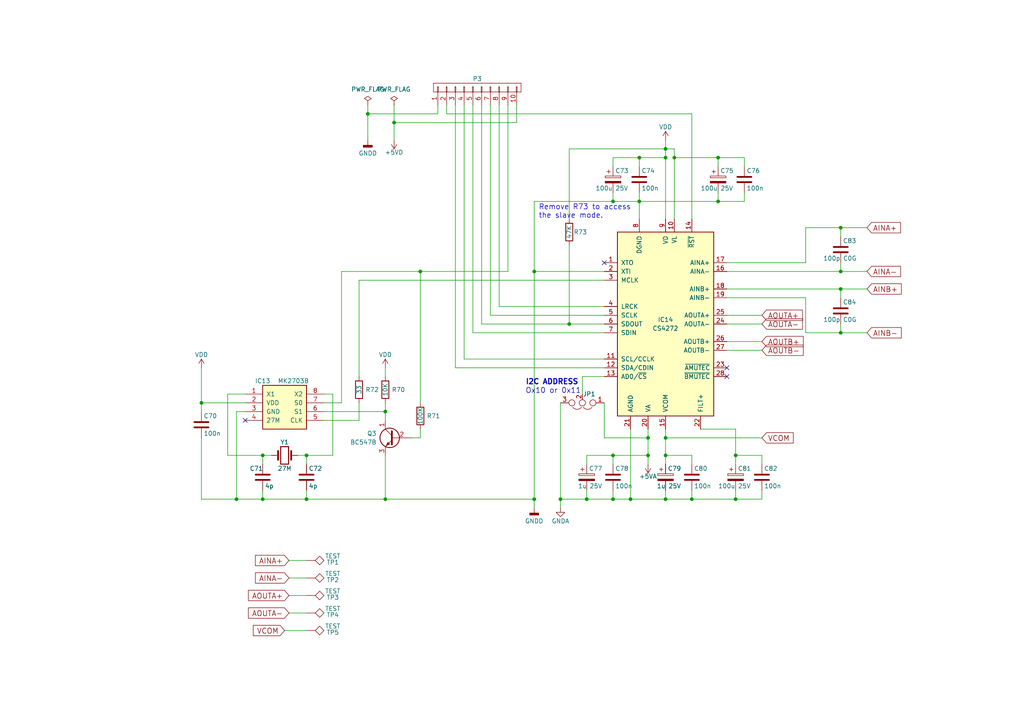
<source format=kicad_sch>
(kicad_sch (version 20211123) (generator eeschema)
  (paper "A4")
  (title_block (title "Pédale Vite v2 — Audio interface") (date "2019-10-28") (company "Laurent DE SORAS"))
  (lib_symbols
    (symbol "Device:C" (pin_numbers hide) (pin_names (offset 0.254))
      (property "Reference" "C" (at 0.635 2.54 0))
      (property "Value" "C" (at 0.635 -2.54 0))
      (symbol "C_0_1"
        (polyline (pts (xy -2.032 -0.762) (xy 2.032 -0.762)) (stroke (width 0.508)))
        (polyline (pts (xy -2.032 0.762) (xy 2.032 0.762)) (stroke (width 0.508)))
      )
      (symbol "C_1_1"
        (pin passive line (at 0 3.81 270) (length 2.794) (name "~") (number "1"))
        (pin passive line (at 0 -3.81 90) (length 2.794) (name "~") (number "2"))
      )
    )
    (symbol "Device:CP" (pin_numbers hide) (pin_names (offset 0.254))
      (property "Reference" "C" (at 0.635 2.54 0))
      (property "Value" "Device_CP" (at 0.635 -2.54 0))
      (symbol "CP_0_1"
        (rectangle (start -2.286 0.508) (end 2.286 1.016))
        (polyline (pts (xy -1.778 2.286) (xy -0.762 2.286)))
        (polyline (pts (xy -1.27 2.794) (xy -1.27 1.778)))
        (rectangle (start 2.286 -0.508) (end -2.286 -1.016) (fill (type outline)))
      )
      (symbol "CP_1_1"
        (pin passive line (at 0 3.81 270) (length 2.794) (name "~") (number "1"))
        (pin passive line (at 0 -3.81 90) (length 2.794) (name "~") (number "2"))
      )
    )
    (symbol "Device:Crystal" (pin_numbers hide) (pin_names (offset 1.016) hide)
      (property "Reference" "Y" (at 0 3.81 0))
      (property "Value" "Crystal" (at 0 -3.81 0))
      (symbol "Crystal_0_1"
        (rectangle (start -1.143 2.54) (end 1.143 -2.54) (stroke (width 0.3048)))
        (polyline (pts (xy -2.54 0) (xy -1.905 0)))
        (polyline (pts (xy -1.905 -1.27) (xy -1.905 1.27)) (stroke (width 0.508)))
        (polyline (pts (xy 1.905 -1.27) (xy 1.905 1.27)) (stroke (width 0.508)))
        (polyline (pts (xy 2.54 0) (xy 1.905 0)))
      )
      (symbol "Crystal_1_1"
        (pin passive line (at -3.81 0 0) (length 1.27) (name "1") (number "1"))
        (pin passive line (at 3.81 0 180) (length 1.27) (name "2") (number "2"))
      )
    )
    (symbol "Device:Jumper_NC_Dual" (pin_names (offset 0.762) hide)
      (property "Reference" "JP" (at 1.27 -2.54 0))
      (property "Value" "Device_Jumper_NC_Dual" (at 0 2.54 0))
      (symbol "Jumper_NC_Dual_0_1"
        (circle (center -3.048 0) (radius 0.889))
        (arc (start -0.254 1.27) (mid -1.524 1.8804) (end -2.794 1.27))
        (circle (center 0 0) (radius 0.9144))
        (arc (start 2.794 1.27) (mid 1.524 1.8804) (end 0.254 1.27))
        (circle (center 3.048 0) (radius 0.889))
        (pin passive line (at -6.35 0 0) (length 2.413) (name "1") (number "1"))
        (pin passive line (at 0 -2.54 90) (length 1.524) (name "2") (number "2"))
        (pin passive line (at 6.35 0 180) (length 2.413) (name "3") (number "3"))
      )
    )
    (symbol "Device:Q_NPN_CBE" (pin_names (offset 0) hide)
      (property "Reference" "Q" (at 5.08 1.27 0))
      (property "Value" "Q_NPN_CBE" (at 5.08 -1.27 0))
      (symbol "Q_NPN_CBE_0_1"
        (polyline (pts (xy 0.635 0.635) (xy 2.54 2.54)))
        (polyline (pts (xy 0.635 -0.635) (xy 2.54 -2.54) (xy 2.54 -2.54)))
        (polyline (pts (xy 0.635 1.905) (xy 0.635 -1.905) (xy 0.635 -1.905)) (stroke (width 0.508)))
        (polyline (pts (xy 1.27 -1.778) (xy 1.778 -1.27) (xy 2.286 -2.286) (xy 1.27 -1.778) (xy 1.27 -1.778)) (fill (type outline)))
        (circle (center 1.27 0) (radius 2.8194) (stroke (width 0.254)))
      )
      (symbol "Q_NPN_CBE_1_1"
        (pin passive line (at 2.54 5.08 270) (length 2.54) (name "C") (number "1"))
        (pin input line (at -5.08 0 0) (length 5.715) (name "B") (number "2"))
        (pin passive line (at 2.54 -5.08 90) (length 2.54) (name "E") (number "3"))
      )
    )
    (symbol "Device:R" (pin_numbers hide) (pin_names (offset 0))
      (property "Reference" "R" (at 2.032 0 90))
      (property "Value" "R" (at 0 0 90))
      (symbol "R_0_1"
        (rectangle (start -1.016 -2.54) (end 1.016 2.54) (stroke (width 0.254)))
      )
      (symbol "R_1_1"
        (pin passive line (at 0 3.81 270) (length 1.27) (name "~") (number "1"))
        (pin passive line (at 0 -3.81 90) (length 1.27) (name "~") (number "2"))
      )
    )
    (symbol "audio-board-rescue:CS4272" (pin_names (offset 1.016))
      (property "Reference" "IC" (at 0 1.27 0))
      (property "Value" "CS4272" (at -3.81 -1.27 0))
      (symbol "CS4272_0_1"
        (rectangle (start -13.97 26.67) (end 13.97 -26.67) (stroke (width 0.254)) (fill (type background)))
      )
      (symbol "CS4272_1_1"
        (pin output line (at -17.78 17.78 0) (length 3.81) (name "XTO") (number "1"))
        (pin power_in line (at 2.54 30.48 270) (length 3.81) (name "VL") (number "10"))
        (pin input line (at -17.78 -10.16 0) (length 3.81) (name "SCL/CCLK") (number "11"))
        (pin bidirectional line (at -17.78 -12.7 0) (length 3.81) (name "SDA/CDIN") (number "12"))
        (pin input line (at -17.78 -15.24 0) (length 3.81) (name "AD0/~{CS}") (number "13"))
        (pin input line (at 7.62 30.48 270) (length 3.81) (name "~{RST}") (number "14"))
        (pin output line (at 0 -30.48 90) (length 3.81) (name "VCOM") (number "15"))
        (pin input line (at 17.78 15.24 180) (length 3.81) (name "AINA-") (number "16"))
        (pin input line (at 17.78 17.78 180) (length 3.81) (name "AINA+") (number "17"))
        (pin input line (at 17.78 10.16 180) (length 3.81) (name "AINB+") (number "18"))
        (pin input line (at 17.78 7.62 180) (length 3.81) (name "AINB-") (number "19"))
        (pin input line (at -17.78 15.24 0) (length 3.81) (name "XTI") (number "2"))
        (pin power_in line (at -5.08 -30.48 90) (length 3.81) (name "VA") (number "20"))
        (pin power_in line (at -10.16 -30.48 90) (length 3.81) (name "AGND") (number "21"))
        (pin output line (at 10.16 -30.48 90) (length 3.81) (name "FILT+") (number "22"))
        (pin output line (at 17.78 -12.7 180) (length 3.81) (name "~{AMUTEC}") (number "23"))
        (pin output line (at 17.78 0 180) (length 3.81) (name "AOUTA-") (number "24"))
        (pin output line (at 17.78 2.54 180) (length 3.81) (name "AOUTA+") (number "25"))
        (pin output line (at 17.78 -5.08 180) (length 3.81) (name "AOUTB+") (number "26"))
        (pin output line (at 17.78 -7.62 180) (length 3.81) (name "AOUTB-") (number "27"))
        (pin output line (at 17.78 -15.24 180) (length 3.81) (name "~{BMUTEC}") (number "28"))
        (pin bidirectional line (at -17.78 12.7 0) (length 3.81) (name "MCLK") (number "3"))
        (pin bidirectional line (at -17.78 5.08 0) (length 3.81) (name "LRCK") (number "4"))
        (pin bidirectional line (at -17.78 2.54 0) (length 3.81) (name "SCLK") (number "5"))
        (pin output line (at -17.78 0 0) (length 3.81) (name "SDOUT") (number "6"))
        (pin input line (at -17.78 -2.54 0) (length 3.81) (name "SDIN") (number "7"))
        (pin power_in line (at -7.62 30.48 270) (length 3.81) (name "DGND") (number "8"))
        (pin power_in line (at 0 30.48 270) (length 3.81) (name "VD") (number "9"))
      )
    )
    (symbol "audio-board-rescue:TEST" (pin_numbers hide) (pin_names (offset 1.016) hide)
      (property "Reference" "TP" (at 0 7.62 0))
      (property "Value" "TEST" (at 0 6.35 0))
      (symbol "TEST_0_1"
        (polyline (pts (xy 0 5.08) (xy -1.27 3.81) (xy 0 2.54) (xy 1.27 3.81) (xy 0 5.08) (xy 0 5.08)))
      )
      (symbol "TEST_1_1"
        (pin passive line (at 0 0 90) (length 2.54) (name "~") (number "1"))
      )
    )
    (symbol "conn:CONN_01X10" (pin_names (offset 1.016) hide)
      (property "Reference" "J" (at 0 13.97 0))
      (property "Value" "conn_CONN_01X10" (at 2.54 0 90))
      (symbol "CONN_01X10_0_1"
        (rectangle (start -1.27 -11.303) (end 0.254 -11.557))
        (rectangle (start -1.27 -8.763) (end 0.254 -9.017))
        (rectangle (start -1.27 -6.223) (end 0.254 -6.477))
        (rectangle (start -1.27 -3.683) (end 0.254 -3.937))
        (rectangle (start -1.27 -1.143) (end 0.254 -1.397))
        (rectangle (start -1.27 1.397) (end 0.254 1.143))
        (rectangle (start -1.27 3.937) (end 0.254 3.683))
        (rectangle (start -1.27 6.477) (end 0.254 6.223))
        (rectangle (start -1.27 9.017) (end 0.254 8.763))
        (rectangle (start -1.27 11.557) (end 0.254 11.303))
        (rectangle (start -1.27 12.7) (end 1.27 -12.7))
      )
      (symbol "CONN_01X10_1_1"
        (pin passive line (at -5.08 11.43 0) (length 3.81) (name "P1") (number "1"))
        (pin passive line (at -5.08 -11.43 0) (length 3.81) (name "P10") (number "10"))
        (pin passive line (at -5.08 8.89 0) (length 3.81) (name "P2") (number "2"))
        (pin passive line (at -5.08 6.35 0) (length 3.81) (name "P3") (number "3"))
        (pin passive line (at -5.08 3.81 0) (length 3.81) (name "P4") (number "4"))
        (pin passive line (at -5.08 1.27 0) (length 3.81) (name "P5") (number "5"))
        (pin passive line (at -5.08 -1.27 0) (length 3.81) (name "P6") (number "6"))
        (pin passive line (at -5.08 -3.81 0) (length 3.81) (name "P7") (number "7"))
        (pin passive line (at -5.08 -6.35 0) (length 3.81) (name "P8") (number "8"))
        (pin passive line (at -5.08 -8.89 0) (length 3.81) (name "P9") (number "9"))
      )
    )
    (symbol "pedalevite:MK2703B" (pin_names (offset 1.016))
      (property "Reference" "IC" (at -6.35 7.62 0))
      (property "Value" "MK2703B" (at 2.54 7.62 0))
      (symbol "MK2703B_0_1"
        (rectangle (start -6.35 6.35) (end 6.35 -6.35) (stroke (width 0.254)) (fill (type background)))
      )
      (symbol "MK2703B_1_1"
        (pin input line (at -11.43 3.81 0) (length 5.08) (name "X1") (number "1"))
        (pin power_in line (at -11.43 1.27 0) (length 5.08) (name "VDD") (number "2"))
        (pin power_in line (at -11.43 -1.27 0) (length 5.08) (name "GND") (number "3"))
        (pin output line (at -11.43 -3.81 0) (length 5.08) (name "27M") (number "4"))
        (pin output line (at 11.43 -3.81 180) (length 5.08) (name "CLK") (number "5"))
        (pin input line (at 11.43 -1.27 180) (length 5.08) (name "S1") (number "6"))
        (pin input line (at 11.43 1.27 180) (length 5.08) (name "S0") (number "7"))
        (pin output line (at 11.43 3.81 180) (length 5.08) (name "X2") (number "8"))
      )
    )
    (symbol "power:+5VA" (power) (pin_names (offset 0))
      (property "Value" "+5VA" (at 0 3.556 0))
      (symbol "+5VA_0_1"
        (polyline (pts (xy -0.762 1.27) (xy 0 2.54)))
        (polyline (pts (xy 0 0) (xy 0 2.54)))
        (polyline (pts (xy 0 2.54) (xy 0.762 1.27)))
      )
      (symbol "+5VA_1_1"
        (pin power_in line (at 0 0 90) (length 0) hide (name "+5VA") (number "1"))
      )
    )
    (symbol "power:+5VD" (power) (pin_names (offset 0))
      (property "Value" "+5VD" (at 0 3.556 0))
      (symbol "+5VD_0_1"
        (polyline (pts (xy -0.762 1.27) (xy 0 2.54)))
        (polyline (pts (xy 0 0) (xy 0 2.54)))
        (polyline (pts (xy 0 2.54) (xy 0.762 1.27)))
      )
      (symbol "+5VD_1_1"
        (pin power_in line (at 0 0 90) (length 0) hide (name "+5VD") (number "1"))
      )
    )
    (symbol "power:GNDA" (power) (pin_names (offset 0))
      (property "Value" "GNDA" (at 0 -3.81 0))
      (symbol "GNDA_0_1"
        (polyline (pts (xy 0 0) (xy 0 -1.27) (xy 1.27 -1.27) (xy 0 -2.54) (xy -1.27 -1.27) (xy 0 -1.27)))
      )
      (symbol "GNDA_1_1"
        (pin power_in line (at 0 0 270) (length 0) hide (name "GNDA") (number "1"))
      )
    )
    (symbol "power:GNDD" (power) (pin_names (offset 0))
      (property "Value" "GNDD" (at 0 -3.175 0))
      (symbol "GNDD_0_1"
        (rectangle (start -1.27 -1.524) (end 1.27 -2.032) (stroke (width 0.254)) (fill (type outline)))
        (polyline (pts (xy 0 0) (xy 0 -1.524)))
      )
      (symbol "GNDD_1_1"
        (pin power_in line (at 0 0 270) (length 0) hide (name "GNDD") (number "1"))
      )
    )
    (symbol "power:PWR_FLAG" (power) (pin_numbers hide) (pin_names (offset 0) hide)
      (property "Value" "PWR_FLAG" (at 0 3.81 0))
      (symbol "PWR_FLAG_0_0"
        (pin power_out line (at 0 0 90) (length 0) (name "pwr") (number "1"))
      )
      (symbol "PWR_FLAG_0_1"
        (polyline (pts (xy 0 0) (xy 0 1.27) (xy -1.016 1.905) (xy 0 2.54) (xy 1.016 1.905) (xy 0 1.27)))
      )
    )
    (symbol "power:VDD" (power) (pin_names (offset 0))
      (property "Value" "VDD" (at 0 3.81 0))
      (symbol "VDD_0_1"
        (polyline (pts (xy -0.762 1.27) (xy 0 2.54)))
        (polyline (pts (xy 0 0) (xy 0 2.54)))
        (polyline (pts (xy 0 2.54) (xy 0.762 1.27)))
      )
      (symbol "VDD_1_1"
        (pin power_in line (at 0 0 90) (length 0) hide (name "VDD") (number "1"))
      )
    )
  )
  (junction (at 68.58 144.78))
  (junction (at 177.8 144.78))
  (junction (at 111.76 119.38))
  (junction (at 154.94 144.78))
  (junction (at 200.66 144.78))
  (junction (at 243.84 83.82))
  (junction (at 177.8 132.08))
  (junction (at 193.04 127))
  (junction (at 88.9 132.08))
  (junction (at 114.3 35.56))
  (junction (at 243.84 66.04))
  (junction (at 177.8 58.42))
  (junction (at 76.2 144.78))
  (junction (at 162.56 144.78))
  (junction (at 154.94 78.74))
  (junction (at 76.2 132.08))
  (junction (at 185.42 58.42))
  (junction (at 58.42 116.84))
  (junction (at 111.76 144.78))
  (junction (at 243.84 96.52))
  (junction (at 193.04 45.72))
  (junction (at 213.36 132.08))
  (junction (at 182.88 144.78))
  (junction (at 170.18 144.78))
  (junction (at 193.04 132.08))
  (junction (at 88.9 144.78))
  (junction (at 187.96 127))
  (junction (at 121.92 78.74))
  (junction (at 193.04 43.18))
  (junction (at 195.58 45.72))
  (junction (at 208.28 58.42))
  (junction (at 208.28 45.72))
  (junction (at 185.42 45.72))
  (junction (at 187.96 132.08))
  (junction (at 243.84 78.74))
  (junction (at 106.68 33.02))
  (junction (at 213.36 144.78))
  (junction (at 193.04 144.78))
  (junction (at 165.1 93.98))
  (no_connect (at 210.82 106.68))
  (no_connect (at 71.12 121.92))
  (no_connect (at 210.82 109.22))
  (no_connect (at 175.26 76.2))
  (wire (pts (xy 96.52 114.3) (xy 93.98 114.3)))
  (wire (pts (xy 208.28 58.42) (xy 215.9 58.42)))
  (wire (pts (xy 165.1 93.98) (xy 175.26 93.98)))
  (wire (pts (xy 187.96 132.08) (xy 187.96 134.62)))
  (wire (pts (xy 210.82 86.36) (xy 233.68 86.36)))
  (wire (pts (xy 154.94 58.42) (xy 154.94 78.74)))
  (wire (pts (xy 215.9 58.42) (xy 215.9 55.88)))
  (wire (pts (xy 193.04 127) (xy 220.98 127)))
  (wire (pts (xy 104.14 109.22) (xy 104.14 81.28)))
  (wire (pts (xy 106.68 33.02) (xy 127 33.02)))
  (wire (pts (xy 142.24 30.48) (xy 142.24 91.44)))
  (wire (pts (xy 233.68 86.36) (xy 233.68 96.52)))
  (wire (pts (xy 86.36 132.08) (xy 88.9 132.08)))
  (wire (pts (xy 139.7 30.48) (xy 139.7 93.98)))
  (wire (pts (xy 243.84 83.82) (xy 251.46 83.82)))
  (wire (pts (xy 58.42 127) (xy 58.42 144.78)))
  (wire (pts (xy 114.3 30.48) (xy 114.3 35.56)))
  (wire (pts (xy 111.76 119.38) (xy 111.76 121.92)))
  (wire (pts (xy 177.8 144.78) (xy 177.8 142.24)))
  (wire (pts (xy 243.84 96.52) (xy 243.84 93.98)))
  (wire (pts (xy 154.94 58.42) (xy 177.8 58.42)))
  (wire (pts (xy 134.62 104.14) (xy 175.26 104.14)))
  (wire (pts (xy 193.04 43.18) (xy 195.58 43.18)))
  (wire (pts (xy 220.98 144.78) (xy 220.98 142.24)))
  (wire (pts (xy 185.42 55.88) (xy 185.42 58.42)))
  (wire (pts (xy 144.78 88.9) (xy 175.26 88.9)))
  (wire (pts (xy 208.28 45.72) (xy 215.9 45.72)))
  (wire (pts (xy 83.82 162.56) (xy 88.9 162.56)))
  (wire (pts (xy 177.8 48.26) (xy 177.8 45.72)))
  (wire (pts (xy 121.92 127) (xy 121.92 124.46)))
  (wire (pts (xy 132.08 30.48) (xy 132.08 106.68)))
  (wire (pts (xy 68.58 144.78) (xy 76.2 144.78)))
  (wire (pts (xy 193.04 144.78) (xy 200.66 144.78)))
  (wire (pts (xy 210.82 99.06) (xy 220.98 99.06)))
  (wire (pts (xy 137.16 96.52) (xy 175.26 96.52)))
  (wire (pts (xy 177.8 58.42) (xy 185.42 58.42)))
  (wire (pts (xy 121.92 78.74) (xy 99.06 78.74)))
  (wire (pts (xy 243.84 66.04) (xy 251.46 66.04)))
  (wire (pts (xy 147.32 30.48) (xy 147.32 78.74)))
  (wire (pts (xy 220.98 101.6) (xy 210.82 101.6)))
  (wire (pts (xy 208.28 45.72) (xy 208.28 48.26)))
  (wire (pts (xy 195.58 43.18) (xy 195.58 45.72)))
  (wire (pts (xy 106.68 30.48) (xy 106.68 33.02)))
  (wire (pts (xy 149.86 35.56) (xy 114.3 35.56)))
  (wire (pts (xy 213.36 132.08) (xy 213.36 134.62)))
  (wire (pts (xy 177.8 132.08) (xy 170.18 132.08)))
  (wire (pts (xy 175.26 127) (xy 187.96 127)))
  (wire (pts (xy 76.2 144.78) (xy 88.9 144.78)))
  (wire (pts (xy 58.42 106.68) (xy 58.42 116.84)))
  (wire (pts (xy 170.18 132.08) (xy 170.18 134.62)))
  (wire (pts (xy 111.76 144.78) (xy 111.76 132.08)))
  (wire (pts (xy 170.18 144.78) (xy 177.8 144.78)))
  (wire (pts (xy 165.1 43.18) (xy 165.1 63.5)))
  (wire (pts (xy 88.9 144.78) (xy 111.76 144.78)))
  (wire (pts (xy 58.42 116.84) (xy 58.42 119.38)))
  (wire (pts (xy 119.38 127) (xy 121.92 127)))
  (wire (pts (xy 58.42 144.78) (xy 68.58 144.78)))
  (wire (pts (xy 76.2 134.62) (xy 76.2 132.08)))
  (wire (pts (xy 96.52 132.08) (xy 96.52 114.3)))
  (wire (pts (xy 93.98 121.92) (xy 104.14 121.92)))
  (wire (pts (xy 210.82 91.44) (xy 220.98 91.44)))
  (wire (pts (xy 243.84 96.52) (xy 251.46 96.52)))
  (wire (pts (xy 88.9 132.08) (xy 88.9 134.62)))
  (wire (pts (xy 149.86 30.48) (xy 149.86 35.56)))
  (wire (pts (xy 147.32 78.74) (xy 121.92 78.74)))
  (wire (pts (xy 213.36 132.08) (xy 220.98 132.08)))
  (wire (pts (xy 99.06 78.74) (xy 99.06 116.84)))
  (wire (pts (xy 213.36 124.46) (xy 213.36 132.08)))
  (wire (pts (xy 71.12 114.3) (xy 66.04 114.3)))
  (wire (pts (xy 111.76 116.84) (xy 111.76 119.38)))
  (wire (pts (xy 127 33.02) (xy 127 30.48)))
  (wire (pts (xy 175.26 78.74) (xy 154.94 78.74)))
  (wire (pts (xy 215.9 45.72) (xy 215.9 48.26)))
  (wire (pts (xy 175.26 109.22) (xy 168.91 109.22)))
  (wire (pts (xy 88.9 177.8) (xy 83.82 177.8)))
  (wire (pts (xy 187.96 127) (xy 187.96 132.08)))
  (wire (pts (xy 88.9 167.64) (xy 83.82 167.64)))
  (wire (pts (xy 170.18 142.24) (xy 170.18 144.78)))
  (wire (pts (xy 200.66 144.78) (xy 200.66 142.24)))
  (wire (pts (xy 83.82 172.72) (xy 88.9 172.72)))
  (wire (pts (xy 182.88 144.78) (xy 193.04 144.78)))
  (wire (pts (xy 243.84 78.74) (xy 251.46 78.74)))
  (wire (pts (xy 76.2 132.08) (xy 78.74 132.08)))
  (wire (pts (xy 111.76 144.78) (xy 154.94 144.78)))
  (wire (pts (xy 106.68 33.02) (xy 106.68 40.64)))
  (wire (pts (xy 187.96 132.08) (xy 177.8 132.08)))
  (wire (pts (xy 243.84 83.82) (xy 243.84 86.36)))
  (wire (pts (xy 132.08 106.68) (xy 175.26 106.68)))
  (wire (pts (xy 177.8 132.08) (xy 177.8 134.62)))
  (wire (pts (xy 93.98 119.38) (xy 111.76 119.38)))
  (wire (pts (xy 168.91 109.22) (xy 168.91 114.3)))
  (wire (pts (xy 187.96 124.46) (xy 187.96 127)))
  (wire (pts (xy 185.42 58.42) (xy 185.42 63.5)))
  (wire (pts (xy 208.28 58.42) (xy 208.28 55.88)))
  (wire (pts (xy 193.04 132.08) (xy 193.04 134.62)))
  (wire (pts (xy 165.1 43.18) (xy 193.04 43.18)))
  (wire (pts (xy 177.8 45.72) (xy 185.42 45.72)))
  (wire (pts (xy 185.42 45.72) (xy 193.04 45.72)))
  (wire (pts (xy 195.58 45.72) (xy 208.28 45.72)))
  (wire (pts (xy 243.84 66.04) (xy 243.84 68.58)))
  (wire (pts (xy 177.8 58.42) (xy 177.8 55.88)))
  (wire (pts (xy 193.04 127) (xy 193.04 132.08)))
  (wire (pts (xy 193.04 124.46) (xy 193.04 127)))
  (wire (pts (xy 66.04 114.3) (xy 66.04 132.08)))
  (wire (pts (xy 210.82 76.2) (xy 233.68 76.2)))
  (wire (pts (xy 233.68 96.52) (xy 243.84 96.52)))
  (wire (pts (xy 177.8 144.78) (xy 182.88 144.78)))
  (wire (pts (xy 210.82 93.98) (xy 220.98 93.98)))
  (wire (pts (xy 233.68 66.04) (xy 243.84 66.04)))
  (wire (pts (xy 129.54 33.02) (xy 200.66 33.02)))
  (wire (pts (xy 162.56 144.78) (xy 170.18 144.78)))
  (wire (pts (xy 185.42 58.42) (xy 208.28 58.42)))
  (wire (pts (xy 129.54 30.48) (xy 129.54 33.02)))
  (wire (pts (xy 193.04 144.78) (xy 193.04 142.24)))
  (wire (pts (xy 154.94 78.74) (xy 154.94 144.78)))
  (wire (pts (xy 200.66 144.78) (xy 213.36 144.78)))
  (wire (pts (xy 193.04 43.18) (xy 193.04 45.72)))
  (wire (pts (xy 193.04 45.72) (xy 193.04 63.5)))
  (wire (pts (xy 121.92 116.84) (xy 121.92 78.74)))
  (wire (pts (xy 114.3 35.56) (xy 114.3 40.64)))
  (wire (pts (xy 137.16 30.48) (xy 137.16 96.52)))
  (wire (pts (xy 104.14 121.92) (xy 104.14 116.84)))
  (wire (pts (xy 213.36 144.78) (xy 220.98 144.78)))
  (wire (pts (xy 144.78 30.48) (xy 144.78 88.9)))
  (wire (pts (xy 66.04 132.08) (xy 76.2 132.08)))
  (wire (pts (xy 111.76 109.22) (xy 111.76 106.68)))
  (wire (pts (xy 200.66 132.08) (xy 200.66 134.62)))
  (wire (pts (xy 58.42 116.84) (xy 71.12 116.84)))
  (wire (pts (xy 195.58 45.72) (xy 195.58 63.5)))
  (wire (pts (xy 134.62 30.48) (xy 134.62 104.14)))
  (wire (pts (xy 210.82 83.82) (xy 243.84 83.82)))
  (wire (pts (xy 82.55 182.88) (xy 88.9 182.88)))
  (wire (pts (xy 162.56 144.78) (xy 162.56 147.32)))
  (wire (pts (xy 104.14 81.28) (xy 175.26 81.28)))
  (wire (pts (xy 165.1 71.12) (xy 165.1 93.98)))
  (wire (pts (xy 185.42 45.72) (xy 185.42 48.26)))
  (wire (pts (xy 162.56 116.84) (xy 162.56 144.78)))
  (wire (pts (xy 193.04 40.64) (xy 193.04 43.18)))
  (wire (pts (xy 76.2 144.78) (xy 76.2 142.24)))
  (wire (pts (xy 175.26 116.84) (xy 175.26 127)))
  (wire (pts (xy 142.24 91.44) (xy 175.26 91.44)))
  (wire (pts (xy 154.94 144.78) (xy 154.94 147.32)))
  (wire (pts (xy 243.84 78.74) (xy 243.84 76.2)))
  (wire (pts (xy 210.82 78.74) (xy 243.84 78.74)))
  (wire (pts (xy 182.88 144.78) (xy 182.88 124.46)))
  (wire (pts (xy 68.58 119.38) (xy 68.58 144.78)))
  (wire (pts (xy 71.12 119.38) (xy 68.58 119.38)))
  (wire (pts (xy 220.98 132.08) (xy 220.98 134.62)))
  (wire (pts (xy 193.04 132.08) (xy 200.66 132.08)))
  (wire (pts (xy 88.9 132.08) (xy 96.52 132.08)))
  (wire (pts (xy 213.36 144.78) (xy 213.36 142.24)))
  (wire (pts (xy 200.66 33.02) (xy 200.66 63.5)))
  (wire (pts (xy 99.06 116.84) (xy 93.98 116.84)))
  (wire (pts (xy 88.9 144.78) (xy 88.9 142.24)))
  (wire (pts (xy 139.7 93.98) (xy 165.1 93.98)))
  (wire (pts (xy 203.2 124.46) (xy 213.36 124.46)))
  (wire (pts (xy 233.68 76.2) (xy 233.68 66.04)))
  (text "Ox10 or 0x11" (at 152.4 114.3 0) (effects (font (size 1.524 1.524)) (justify left bottom)))
  (text "I2C ADDRESS" (at 152.4 111.76 0) (effects (font (size 1.524 1.524) (thickness 0.3048) bold) (justify left bottom)))
  (text "Remove R73 to access\nthe slave mode." (at 156.21 63.5 0) (effects (font (size 1.524 1.524)) (justify left bottom)))
  (global_label "AINA+" (shape input) (at 83.82 162.56 180) (effects (font (size 1.524 1.524))) (property "Intersheet References" "${INTERSHEET_REFS}" (effects hide)))
  (global_label "VCOM" (shape input) (at 220.98 127 0) (effects (font (size 1.524 1.524))) (property "Intersheet References" "${INTERSHEET_REFS}" (effects hide)))
  (global_label "AOUTA-" (shape input) (at 83.82 177.8 180) (effects (font (size 1.524 1.524))) (property "Intersheet References" "${INTERSHEET_REFS}" (effects hide)))
  (global_label "AINB+" (shape input) (at 251.46 83.82 0) (effects (font (size 1.524 1.524))) (property "Intersheet References" "${INTERSHEET_REFS}" (effects hide)))
  (global_label "AOUTA-" (shape input) (at 220.98 93.98 0) (effects (font (size 1.524 1.524))) (property "Intersheet References" "${INTERSHEET_REFS}" (effects hide)))
  (global_label "AINA-" (shape input) (at 251.46 78.74 0) (effects (font (size 1.524 1.524))) (property "Intersheet References" "${INTERSHEET_REFS}" (effects hide)))
  (global_label "AOUTA+" (shape input) (at 83.82 172.72 180) (effects (font (size 1.524 1.524))) (property "Intersheet References" "${INTERSHEET_REFS}" (effects hide)))
  (global_label "AINA-" (shape input) (at 83.82 167.64 180) (effects (font (size 1.524 1.524))) (property "Intersheet References" "${INTERSHEET_REFS}" (effects hide)))
  (global_label "AINB-" (shape input) (at 251.46 96.52 0) (effects (font (size 1.524 1.524))) (property "Intersheet References" "${INTERSHEET_REFS}" (effects hide)))
  (global_label "AOUTA+" (shape input) (at 220.98 91.44 0) (effects (font (size 1.524 1.524))) (property "Intersheet References" "${INTERSHEET_REFS}" (effects hide)))
  (global_label "AOUTB+" (shape input) (at 220.98 99.06 0) (effects (font (size 1.524 1.524))) (property "Intersheet References" "${INTERSHEET_REFS}" (effects hide)))
  (global_label "AINA+" (shape input) (at 251.46 66.04 0) (effects (font (size 1.524 1.524))) (property "Intersheet References" "${INTERSHEET_REFS}" (effects hide)))
  (global_label "VCOM" (shape input) (at 82.55 182.88 180) (effects (font (size 1.524 1.524))) (property "Intersheet References" "${INTERSHEET_REFS}" (effects hide)))
  (global_label "AOUTB-" (shape input) (at 220.98 101.6 0) (effects (font (size 1.524 1.524))) (property "Intersheet References" "${INTERSHEET_REFS}" (effects hide)))
  (symbol (lib_id "audio-board-rescue:CS4272") (at 193.04 93.98 0)
    (property "Reference" "IC14" (at 193.04 92.71 0))
    (property "Value" "CS4272" (at 189.23 95.25 0) (effects (justify left)))
    (property "Footprint" "pedalevite:TSSOP-28_4.4x9.7mm_Pitch0.65mm_manual_soldering" (effects hide))
  )
  (symbol (lib_id "power:+5VA") (at 187.96 134.62 180) (unit 1)
    (property "Reference" "#PWR0122" (effects hide))
    (property "Value" "+5VA" (at 187.96 138.176 0))
  )
  (symbol (lib_id "power:GNDD") (at 154.94 147.32 0) (unit 1)
    (property "Reference" "#PWR047" (effects hide))
    (property "Value" "GNDD" (at 154.94 151.13 0))
  )
  (symbol (lib_id "Device:CP") (at 213.36 138.43 0) (unit 1)
    (property "Reference" "C81" (at 213.995 135.89 0) (effects (justify left)))
    (property "Value" "100u 25V" (at 208.28 140.97 0) (effects (justify left)))
    (property "Footprint" "Capacitors_THT:CP_Radial_D6.3mm_P2.50mm" (effects hide))
  )
  (symbol (lib_id "Device:C") (at 220.98 138.43 0) (unit 1)
    (property "Reference" "C82" (at 221.615 135.89 0) (effects (justify left)))
    (property "Value" "100n" (at 221.615 140.97 0) (effects (justify left)))
    (property "Footprint" "Capacitors_THT:C_Disc_D3.4mm_W2.1mm_P2.50mm" (effects hide))
  )
  (symbol (lib_id "Device:CP") (at 177.8 52.07 0) (unit 1)
    (property "Reference" "C73" (at 178.435 49.53 0) (effects (justify left)))
    (property "Value" "100u 25V" (at 172.72 54.61 0) (effects (justify left)))
    (property "Footprint" "Capacitors_THT:CP_Radial_D6.3mm_P2.50mm" (effects hide))
  )
  (symbol (lib_id "Device:C") (at 185.42 52.07 0) (unit 1)
    (property "Reference" "C74" (at 186.055 49.53 0) (effects (justify left)))
    (property "Value" "100n" (at 186.055 54.61 0) (effects (justify left)))
    (property "Footprint" "Capacitors_THT:C_Disc_D3.4mm_W2.1mm_P2.50mm" (effects hide))
  )
  (symbol (lib_id "Device:CP") (at 193.04 138.43 0) (unit 1)
    (property "Reference" "C79" (at 193.675 135.89 0) (effects (justify left)))
    (property "Value" "1u 25V" (at 190.5 140.97 0) (effects (justify left)))
    (property "Footprint" "Capacitors_THT:CP_Radial_D5.0mm_P2.00mm" (effects hide))
  )
  (symbol (lib_id "Device:C") (at 200.66 138.43 0) (unit 1)
    (property "Reference" "C80" (at 201.295 135.89 0) (effects (justify left)))
    (property "Value" "100n" (at 201.295 140.97 0) (effects (justify left)))
    (property "Footprint" "Capacitors_THT:C_Disc_D3.4mm_W2.1mm_P2.50mm" (effects hide))
  )
  (symbol (lib_id "Device:Crystal") (at 82.55 132.08 0) (unit 1)
    (property "Reference" "Y1" (at 82.55 128.27 0))
    (property "Value" "27M" (at 82.55 135.89 0))
    (property "Footprint" "Crystals:Crystal_HC49-U_Vertical" (effects hide))
  )
  (symbol (lib_id "Device:C") (at 76.2 138.43 0) (unit 1)
    (property "Reference" "C71" (at 72.39 135.89 0) (effects (justify left)))
    (property "Value" "4p" (at 76.835 140.97 0) (effects (justify left)))
    (property "Footprint" "Capacitors_THT:C_Disc_D3.4mm_W2.1mm_P2.50mm" (effects hide))
  )
  (symbol (lib_id "Device:C") (at 88.9 138.43 0) (unit 1)
    (property "Reference" "C72" (at 89.535 135.89 0) (effects (justify left)))
    (property "Value" "4p" (at 89.535 140.97 0) (effects (justify left)))
    (property "Footprint" "Capacitors_THT:C_Disc_D3.4mm_W2.1mm_P2.50mm" (effects hide))
  )
  (symbol (lib_id "power:GNDD") (at 106.68 40.64 0) (unit 1)
    (property "Reference" "#PWR048" (effects hide))
    (property "Value" "GNDD" (at 106.68 44.45 0))
  )
  (symbol (lib_id "conn:CONN_01X10") (at 138.43 25.4 90) (unit 1)
    (property "Reference" "P3" (at 138.43 22.86 90))
    (property "Value" "CONN_01X10" (effects hide))
    (property "Footprint" "Pin_Headers:Pin_Header_Straight_1x10_Pitch2.54mm" (effects hide))
  )
  (symbol (lib_id "Device:R") (at 111.76 113.03 0) (mirror y) (unit 1)
    (property "Reference" "R70" (at 115.57 113.03 0))
    (property "Value" "10K" (at 111.76 113.03 90))
    (property "Footprint" "Resistors_THT:R_Axial_DIN0207_L6.3mm_D2.5mm_P7.62mm_Horizontal" (effects hide))
  )
  (symbol (lib_id "Device:R") (at 121.92 120.65 0) (mirror y) (unit 1)
    (property "Reference" "R71" (at 125.73 120.65 0))
    (property "Value" "100K" (at 121.92 120.65 90))
    (property "Footprint" "Resistors_THT:R_Axial_DIN0207_L6.3mm_D2.5mm_P7.62mm_Horizontal" (effects hide))
  )
  (symbol (lib_id "Device:Q_NPN_CBE") (at 114.3 127 0) (mirror y) (unit 1)
    (property "Reference" "Q3" (at 109.22 125.73 0) (effects (justify left)))
    (property "Value" "BC547B" (at 109.22 128.27 0) (effects (justify left)))
    (property "Footprint" "TO_SOT_Packages_THT:TO-92_Inline_Wide" (effects hide))
  )
  (symbol (lib_id "Device:C") (at 58.42 123.19 0) (unit 1)
    (property "Reference" "C70" (at 59.055 120.65 0) (effects (justify left)))
    (property "Value" "100n" (at 59.055 125.73 0) (effects (justify left)))
    (property "Footprint" "Capacitors_THT:C_Disc_D3.4mm_W2.1mm_P2.50mm" (effects hide))
  )
  (symbol (lib_id "power:VDD") (at 111.76 106.68 0) (unit 1)
    (property "Reference" "#PWR049" (effects hide))
    (property "Value" "VDD" (at 111.76 102.87 0))
  )
  (symbol (lib_id "power:VDD") (at 193.04 40.64 0) (unit 1)
    (property "Reference" "#PWR0123" (effects hide))
    (property "Value" "VDD" (at 193.04 36.83 0))
  )
  (symbol (lib_id "power:VDD") (at 58.42 106.68 0) (unit 1)
    (property "Reference" "#PWR0124" (effects hide))
    (property "Value" "VDD" (at 58.42 102.87 0))
  )
  (symbol (lib_id "power:+5VD") (at 114.3 40.64 180) (unit 1)
    (property "Reference" "#PWR052" (effects hide))
    (property "Value" "+5VD" (at 114.3 44.196 0))
  )
  (symbol (lib_id "pedalevite:MK2703B") (at 82.55 118.11 0) (unit 1)
    (property "Reference" "IC13" (at 76.2 110.49 0))
    (property "Value" "MK2703B" (at 85.09 110.49 0))
    (property "Footprint" "Housings_SOIC:SOIC-8_3.9x4.9mm_Pitch1.27mm" (effects hide))
  )
  (symbol (lib_id "power:GNDA") (at 162.56 147.32 0) (unit 1)
    (property "Reference" "#PWR053" (effects hide))
    (property "Value" "GNDA" (at 162.56 151.13 0))
  )
  (symbol (lib_id "Device:CP") (at 208.28 52.07 0) (unit 1)
    (property "Reference" "C75" (at 208.915 49.53 0) (effects (justify left)))
    (property "Value" "100u 25V" (at 203.2 54.61 0) (effects (justify left)))
    (property "Footprint" "Capacitors_THT:CP_Radial_D6.3mm_P2.50mm" (effects hide))
  )
  (symbol (lib_id "Device:C") (at 215.9 52.07 0) (unit 1)
    (property "Reference" "C76" (at 216.535 49.53 0) (effects (justify left)))
    (property "Value" "100n" (at 216.535 54.61 0) (effects (justify left)))
    (property "Footprint" "Capacitors_THT:C_Disc_D3.4mm_W2.1mm_P2.50mm" (effects hide))
  )
  (symbol (lib_id "Device:CP") (at 170.18 138.43 0) (unit 1)
    (property "Reference" "C77" (at 170.815 135.89 0) (effects (justify left)))
    (property "Value" "1u 25V" (at 167.64 140.97 0) (effects (justify left)))
    (property "Footprint" "Capacitors_THT:CP_Radial_D5.0mm_P2.00mm" (effects hide))
  )
  (symbol (lib_id "Device:C") (at 177.8 138.43 0) (unit 1)
    (property "Reference" "C78" (at 178.435 135.89 0) (effects (justify left)))
    (property "Value" "100n" (at 178.435 140.97 0) (effects (justify left)))
    (property "Footprint" "Capacitors_THT:C_Disc_D3.4mm_W2.1mm_P2.50mm" (effects hide))
  )
  (symbol (lib_id "power:PWR_FLAG") (at 106.68 30.48 0) (unit 1)
    (property "Reference" "#FLG054" (effects hide))
    (property "Value" "PWR_FLAG" (at 106.68 25.908 0))
  )
  (symbol (lib_id "power:PWR_FLAG") (at 114.3 30.48 0) (unit 1)
    (property "Reference" "#FLG055" (effects hide))
    (property "Value" "PWR_FLAG" (at 114.3 25.908 0))
  )
  (symbol (lib_id "Device:C") (at 243.84 72.39 0) (unit 1)
    (property "Reference" "C83" (at 244.475 69.85 0) (effects (justify left)))
    (property "Value" "100p C0G" (at 238.76 74.93 0) (effects (justify left)))
    (property "Footprint" "Capacitors_THT:C_Disc_D3.4mm_W2.1mm_P2.50mm" (effects hide))
  )
  (symbol (lib_id "Device:C") (at 243.84 90.17 0) (unit 1)
    (property "Reference" "C84" (at 244.475 87.63 0) (effects (justify left)))
    (property "Value" "100p C0G" (at 238.76 92.71 0) (effects (justify left)))
    (property "Footprint" "Capacitors_THT:C_Disc_D3.4mm_W2.1mm_P2.50mm" (effects hide))
  )
  (symbol (lib_id "Device:Jumper_NC_Dual") (at 168.91 116.84 180) (unit 1)
    (property "Reference" "JP1" (at 172.72 114.3 0) (effects (justify left)))
    (property "Value" "Jumper_NC_Dual" (effects hide))
    (property "Footprint" "Pin_Headers:Pin_Header_Straight_1x03_Pitch2.54mm" (effects hide))
  )
  (symbol (lib_id "audio-board-rescue:TEST") (at 88.9 162.56 270) (unit 1)
    (property "Reference" "TP1" (at 96.52 163.83 90) (effects (justify bottom)))
    (property "Value" "TEST" (at 96.52 161.29 90))
    (property "Footprint" "Measurement_Points:Measurement_Point_Round-TH_Small" (effects hide))
  )
  (symbol (lib_id "audio-board-rescue:TEST") (at 88.9 167.64 270) (unit 1)
    (property "Reference" "TP2" (at 96.52 168.91 90) (effects (justify bottom)))
    (property "Value" "TEST" (at 96.52 166.37 90))
    (property "Footprint" "Measurement_Points:Measurement_Point_Round-TH_Small" (effects hide))
  )
  (symbol (lib_id "audio-board-rescue:TEST") (at 88.9 172.72 270) (unit 1)
    (property "Reference" "TP3" (at 96.52 173.99 90) (effects (justify bottom)))
    (property "Value" "TEST" (at 96.52 171.45 90))
    (property "Footprint" "Measurement_Points:Measurement_Point_Round-TH_Small" (effects hide))
  )
  (symbol (lib_id "audio-board-rescue:TEST") (at 88.9 177.8 270) (unit 1)
    (property "Reference" "TP4" (at 96.52 179.07 90) (effects (justify bottom)))
    (property "Value" "TEST" (at 96.52 176.53 90))
    (property "Footprint" "Measurement_Points:Measurement_Point_Round-TH_Small" (effects hide))
  )
  (symbol (lib_id "Device:R") (at 104.14 113.03 0) (mirror y) (unit 1)
    (property "Reference" "R72" (at 107.95 113.03 0))
    (property "Value" "33" (at 104.14 113.03 90))
    (property "Footprint" "Resistors_THT:R_Axial_DIN0207_L6.3mm_D2.5mm_P2.54mm_Vertical" (effects hide))
  )
  (symbol (lib_id "audio-board-rescue:TEST") (at 88.9 182.88 270) (unit 1)
    (property "Reference" "TP5" (at 96.52 184.15 90) (effects (justify bottom)))
    (property "Value" "TEST" (at 96.52 181.61 90))
    (property "Footprint" "Measurement_Points:Measurement_Point_Round-TH_Small" (effects hide))
  )
  (symbol (lib_id "Device:R") (at 165.1 67.31 0) (mirror y) (unit 1)
    (property "Reference" "R73" (at 166.37 67.31 0) (effects (justify right)))
    (property "Value" "47K" (at 165.1 67.31 90))
    (property "Footprint" "Resistors_THT:R_Axial_DIN0207_L6.3mm_D2.5mm_P7.62mm_Horizontal" (effects hide))
  )
)
</source>
